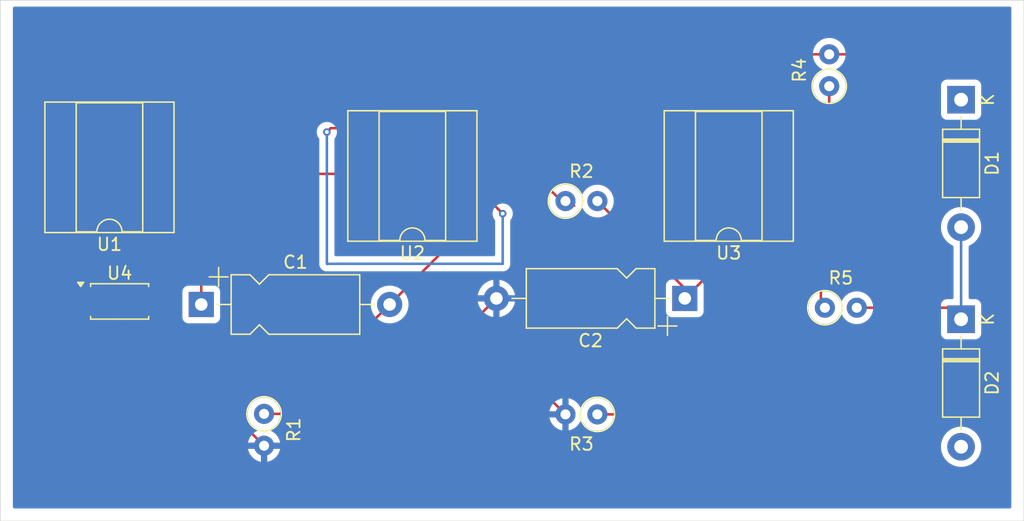
<source format=kicad_pcb>
(kicad_pcb (version 20240108) (generator "pcbnew") (generator_version "8.0")
  (layers (0 "F.Cu" signal) (31 "B.Cu" signal) (34 "B.Paste" user) (35 "F.Paste" user) (36 "B.SilkS" user "B.Silkscreen") (37 "F.SilkS" user "F.Silkscreen") (38 "B.Mask" user) (39 "F.Mask" user) (44 "Edge.Cuts" user))
  (net 0 "")
  (net 1 "+3.3V")
  (net 2 "Net-(D1-A)")
  (net 3 "-3V3")
  (net 4 "GND")
  (net 5 "Net-(U1-+)")
  (net 6 "+5V")
  (net 7 "Net-(U2-+)")
  (net 8 "Net-(U1--)")
  (net 9 "Net-(U3-+)")
  (net 10 "Net-(U2--)")
  (net 11 "Net-(U3--)")
  (net 12 "Net-(R4-Pad2)")
  (net 13 "-5V")
  (footprint "Resistor_THT:R_Axial_DIN0207_L6.3mm_D2.5mm_P2.54mm_Vertical" (layer "F.Cu") (at 161 39.345 90)
    (property "Reference" "R4" (at 1.27 -2.37 90) (layer "F.SilkS"))
    (property "Value" "28k")
    (fp_line (start 1.37 0) (end 1.44 0) (stroke (width 0.12)) (layer "F.SilkS"))
    (fp_circle (center 0 0) (end 1.37 0) (stroke (width 0.12)) (fill none) (layer "F.SilkS"))
    (pad "1" thru_hole circle (at 0 0 90) (size 1.6 1.6) (drill 0.8) (layers "*.Cu" "*.Mask") (net 11 "Net-(U3--)"))
    (pad "2" thru_hole oval (at 2.54 0 90) (size 1.6 1.6) (drill 0.8) (layers "*.Cu" "*.Mask") (net 12 "Net-(R4-Pad2)"))
  )
  (footprint "Resistor_THT:R_Axial_DIN0207_L6.3mm_D2.5mm_P2.54mm_Vertical" (layer "F.Cu") (at 142.54 65.5 180)
    (property "Reference" "R3" (at 1.27 -2.37 180) (layer "F.SilkS"))
    (property "Value" "1k")
    (fp_line (start 1.37 0) (end 1.44 0) (stroke (width 0.12)) (layer "F.SilkS"))
    (fp_circle (center 0 0) (end 1.37 0) (stroke (width 0.12)) (fill none) (layer "F.SilkS"))
    (pad "1" thru_hole circle (at 0 0 180) (size 1.6 1.6) (drill 0.8) (layers "*.Cu" "*.Mask") (net 11 "Net-(U3--)"))
    (pad "2" thru_hole oval (at 2.54 0 180) (size 1.6 1.6) (drill 0.8) (layers "*.Cu" "*.Mask") (net 4 "GND"))
  )
  (footprint "Capacitor_THT:CP_Axial_L10.0mm_D4.5mm_P15.00mm_Horizontal" (layer "F.Cu") (at 149.5 56.2575 180)
    (property "Reference" "C2" (at 7.5 -3.37 180) (layer "F.SilkS"))
    (property "Value" "4u")
    (fp_line (start 13.76 0) (end 12.62 0) (stroke (width 0.12)) (layer "F.SilkS"))
    (fp_line (start 12.62 -2.37) (end 12.62 2.37) (stroke (width 0.12)) (layer "F.SilkS"))
    (fp_line (start 5.38 2.37) (end 12.62 2.37) (stroke (width 0.12)) (layer "F.SilkS"))
    (fp_line (start 5.38 -2.37) (end 12.62 -2.37) (stroke (width 0.12)) (layer "F.SilkS"))
    (fp_line (start 4.63 1.62) (end 5.38 2.37) (stroke (width 0.12)) (layer "F.SilkS"))
    (fp_line (start 4.63 -1.62) (end 5.38 -2.37) (stroke (width 0.12)) (layer "F.SilkS"))
    (fp_line (start 3.88 2.37) (end 4.63 1.62) (stroke (width 0.12)) (layer "F.SilkS"))
    (fp_line (start 3.88 -2.37) (end 4.63 -1.62) (stroke (width 0.12)) (layer "F.SilkS"))
    (fp_line (start 2.38 2.37) (end 3.88 2.37) (stroke (width 0.12)) (layer "F.SilkS"))
    (fp_line (start 2.38 -2.37) (end 3.88 -2.37) (stroke (width 0.12)) (layer "F.SilkS"))
    (fp_line (start 2.38 -2.37) (end 2.38 2.37) (stroke (width 0.12)) (layer "F.SilkS"))
    (fp_line (start 1.38 -2.95) (end 1.38 -1.45) (stroke (width 0.12)) (layer "F.SilkS"))
    (fp_line (start 1.24 0) (end 2.38 0) (stroke (width 0.12)) (layer "F.SilkS"))
    (fp_line (start 0.63 -2.2) (end 2.13 -2.2) (stroke (width 0.12)) (layer "F.SilkS"))
    (pad "1" thru_hole rect (at 0 0 180) (size 2 2) (drill 1) (layers "*.Cu" "*.Mask") (net 9 "Net-(U3-+)"))
    (pad "2" thru_hole oval (at 15 0 180) (size 2 2) (drill 1) (layers "*.Cu" "*.Mask") (net 4 "GND"))
  )
  (footprint "Resistor_THT:R_Axial_DIN0207_L6.3mm_D2.5mm_P2.54mm_Vertical" (layer "F.Cu") (at 116 65.46 -90)
    (property "Reference" "R1" (at 1.27 -2.37 -90) (layer "F.SilkS"))
    (property "Value" "10k")
    (fp_line (start 1.37 0) (end 1.44 0) (stroke (width 0.12)) (layer "F.SilkS"))
    (fp_circle (center 0 0) (end 1.37 0) (stroke (width 0.12)) (fill none) (layer "F.SilkS"))
    (pad "1" thru_hole circle (at 0 0 270) (size 1.6 1.6) (drill 0.8) (layers "*.Cu" "*.Mask") (net 7 "Net-(U2-+)"))
    (pad "2" thru_hole oval (at 2.54 0 270) (size 1.6 1.6) (drill 0.8) (layers "*.Cu" "*.Mask") (net 4 "GND"))
  )
  (footprint "Package_DIP:DIP-8_W7.62mm_SMDSocket_SmallPads" (layer "F.Cu") (at 127.81 46.5 180)
    (property "Reference" "U2" (at 0 -6.14 0) (layer "F.SilkS"))
    (property "Value" "~")
    (fp_line (start 5.14 5.2) (end 5.14 -5.2) (stroke (width 0.12)) (layer "F.SilkS"))
    (fp_line (start 5.14 -5.2) (end -5.14 -5.2) (stroke (width 0.12)) (layer "F.SilkS"))
    (fp_line (start 2.65 5.14) (end 2.65 -5.14) (stroke (width 0.12)) (layer "F.SilkS"))
    (fp_line (start 2.65 -5.14) (end 1 -5.14) (stroke (width 0.12)) (layer "F.SilkS"))
    (fp_line (start -1 -5.14) (end -2.65 -5.14) (stroke (width 0.12)) (layer "F.SilkS"))
    (fp_line (start -2.65 5.14) (end 2.65 5.14) (stroke (width 0.12)) (layer "F.SilkS"))
    (fp_line (start -2.65 -5.14) (end -2.65 5.14) (stroke (width 0.12)) (layer "F.SilkS"))
    (fp_line (start -5.14 5.2) (end 5.14 5.2) (stroke (width 0.12)) (layer "F.SilkS"))
    (fp_line (start -5.14 -5.2) (end -5.14 5.2) (stroke (width 0.12)) (layer "F.SilkS"))
    (fp_arc (start 1 -5.14) (mid 0 -4.14) (end -1 -5.14) (stroke (width 0.12)) (layer "F.SilkS"))
    (pad "1" smd rect (at -3.81 -3.81 180) (size 1.6 1.6) (layers "F.Cu" "F.Paste" "F.Mask") (net 7 "Net-(U2-+)"))
    (pad "2" smd rect (at -3.81 -1.27 180) (size 1.6 1.6) (layers "F.Cu" "F.Paste" "F.Mask") (net 10 "Net-(U2--)"))
    (pad "3" smd rect (at -3.81 1.27 180) (size 1.6 1.6) (layers "F.Cu" "F.Paste" "F.Mask") (net 6 "+5V"))
    (pad "4" smd rect (at -3.81 3.81 180) (size 1.6 1.6) (layers "F.Cu" "F.Paste" "F.Mask") (net 13 "-5V"))
    (pad "5" smd rect (at 3.81 3.81 180) (size 1.6 1.6) (layers "F.Cu" "F.Paste" "F.Mask") (net 10 "Net-(U2--)"))
    (pad "6" smd rect (at 3.81 1.27 180) (size 1.6 1.6) (layers "F.Cu" "F.Paste" "F.Mask"))
    (pad "7" smd rect (at 3.81 -1.27 180) (size 1.6 1.6) (layers "F.Cu" "F.Paste" "F.Mask"))
    (pad "8" smd rect (at 3.81 -3.81 180) (size 1.6 1.6) (layers "F.Cu" "F.Paste" "F.Mask"))
  )
  (footprint "Package_SO:SOP-4_4.4x2.6mm_P1.27mm" (layer "F.Cu") (at 104.5 56.5)
    (property "Reference" "U4" (at 0 -2.25 0) (layer "F.SilkS"))
    (property "Value" "ACPL-214-500E")
    (fp_line (start -2.31 -1.41) (end -2.31 -1.195) (stroke (width 0.12)) (layer "F.SilkS"))
    (fp_line (start -2.31 1.41) (end -2.31 1.195) (stroke (width 0.12)) (layer "F.SilkS"))
    (fp_line (start 0 -1.41) (end -2.31 -1.41) (stroke (width 0.12)) (layer "F.SilkS"))
    (fp_line (start 0 -1.41) (end 2.31 -1.41) (stroke (width 0.12)) (layer "F.SilkS"))
    (fp_line (start 0 1.41) (end -2.31 1.41) (stroke (width 0.12)) (layer "F.SilkS"))
    (fp_line (start 0 1.41) (end 2.31 1.41) (stroke (width 0.12)) (layer "F.SilkS"))
    (fp_line (start 2.31 -1.41) (end 2.31 -1.195) (stroke (width 0.12)) (layer "F.SilkS"))
    (fp_line (start 2.31 1.41) (end 2.31 1.195) (stroke (width 0.12)) (layer "F.SilkS"))
    (fp_poly (pts (xy -3.1 -1.195) (xy -3.34 -1.525) (xy -2.86 -1.525) (xy -3.1 -1.195)) (stroke (width 0.12)) (fill solid) (layer "F.SilkS"))
    (pad "1" smd roundrect (at -3.1875 -0.635) (size 1.625 0.6) (layers "F.Cu" "F.Paste" "F.Mask") (net 6 "+5V"))
    (pad "2" smd roundrect (at -3.1875 0.635) (size 1.625 0.6) (layers "F.Cu" "F.Paste" "F.Mask") (net 4 "GND"))
    (pad "3" smd roundrect (at 3.1875 0.635) (size 1.625 0.6) (layers "F.Cu" "F.Paste" "F.Mask") (net 4 "GND"))
    (pad "4" smd roundrect (at 3.1875 -0.635) (size 1.625 0.6) (layers "F.Cu" "F.Paste" "F.Mask") (net 5 "Net-(U1-+)"))
  )
  (footprint "Package_DIP:DIP-8_W7.62mm_SMDSocket_SmallPads" (layer "F.Cu") (at 103.69 45.81 180)
    (property "Reference" "U1" (at 0 -6.14 0) (layer "F.SilkS"))
    (property "Value" "~")
    (fp_line (start 5.14 5.2) (end 5.14 -5.2) (stroke (width 0.12)) (layer "F.SilkS"))
    (fp_line (start 5.14 -5.2) (end -5.14 -5.2) (stroke (width 0.12)) (layer "F.SilkS"))
    (fp_line (start 2.65 5.14) (end 2.65 -5.14) (stroke (width 0.12)) (layer "F.SilkS"))
    (fp_line (start 2.65 -5.14) (end 1 -5.14) (stroke (width 0.12)) (layer "F.SilkS"))
    (fp_line (start -1 -5.14) (end -2.65 -5.14) (stroke (width 0.12)) (layer "F.SilkS"))
    (fp_line (start -2.65 5.14) (end 2.65 5.14) (stroke (width 0.12)) (layer "F.SilkS"))
    (fp_line (start -2.65 -5.14) (end -2.65 5.14) (stroke (width 0.12)) (layer "F.SilkS"))
    (fp_line (start -5.14 5.2) (end 5.14 5.2) (stroke (width 0.12)) (layer "F.SilkS"))
    (fp_line (start -5.14 -5.2) (end -5.14 5.2) (stroke (width 0.12)) (layer "F.SilkS"))
    (fp_arc (start 1 -5.14) (mid 0 -4.14) (end -1 -5.14) (stroke (width 0.12)) (layer "F.SilkS"))
    (pad "1" smd rect (at -3.81 -3.81 180) (size 1.6 1.6) (layers "F.Cu" "F.Paste" "F.Mask") (net 5 "Net-(U1-+)"))
    (pad "2" smd rect (at -3.81 -1.27 180) (size 1.6 1.6) (layers "F.Cu" "F.Paste" "F.Mask") (net 8 "Net-(U1--)"))
    (pad "3" smd rect (at -3.81 1.27 180) (size 1.6 1.6) (layers "F.Cu" "F.Paste" "F.Mask") (net 6 "+5V"))
    (pad "4" smd rect (at -3.81 3.81 180) (size 1.6 1.6) (layers "F.Cu" "F.Paste" "F.Mask") (net 13 "-5V"))
    (pad "5" smd rect (at 3.81 3.81 180) (size 1.6 1.6) (layers "F.Cu" "F.Paste" "F.Mask") (net 8 "Net-(U1--)"))
    (pad "6" smd rect (at 3.81 1.27 180) (size 1.6 1.6) (layers "F.Cu" "F.Paste" "F.Mask"))
    (pad "7" smd rect (at 3.81 -1.27 180) (size 1.6 1.6) (layers "F.Cu" "F.Paste" "F.Mask"))
    (pad "8" smd rect (at 3.81 -3.81 180) (size 1.6 1.6) (layers "F.Cu" "F.Paste" "F.Mask"))
  )
  (footprint "Package_DIP:DIP-8_W7.62mm_SMDSocket_SmallPads" (layer "F.Cu") (at 153 46.5 180)
    (property "Reference" "U3" (at 0 -6.14 0) (layer "F.SilkS"))
    (property "Value" "~")
    (fp_line (start 5.14 5.2) (end 5.14 -5.2) (stroke (width 0.12)) (layer "F.SilkS"))
    (fp_line (start 5.14 -5.2) (end -5.14 -5.2) (stroke (width 0.12)) (layer "F.SilkS"))
    (fp_line (start 2.65 5.14) (end 2.65 -5.14) (stroke (width 0.12)) (layer "F.SilkS"))
    (fp_line (start 2.65 -5.14) (end 1 -5.14) (stroke (width 0.12)) (layer "F.SilkS"))
    (fp_line (start -1 -5.14) (end -2.65 -5.14) (stroke (width 0.12)) (layer "F.SilkS"))
    (fp_line (start -2.65 5.14) (end 2.65 5.14) (stroke (width 0.12)) (layer "F.SilkS"))
    (fp_line (start -2.65 -5.14) (end -2.65 5.14) (stroke (width 0.12)) (layer "F.SilkS"))
    (fp_line (start -5.14 5.2) (end 5.14 5.2) (stroke (width 0.12)) (layer "F.SilkS"))
    (fp_line (start -5.14 -5.2) (end -5.14 5.2) (stroke (width 0.12)) (layer "F.SilkS"))
    (fp_arc (start 1 -5.14) (mid 0 -4.14) (end -1 -5.14) (stroke (width 0.12)) (layer "F.SilkS"))
    (pad "1" smd rect (at -3.81 -3.81 180) (size 1.6 1.6) (layers "F.Cu" "F.Paste" "F.Mask") (net 9 "Net-(U3-+)"))
    (pad "2" smd rect (at -3.81 -1.27 180) (size 1.6 1.6) (layers "F.Cu" "F.Paste" "F.Mask") (net 11 "Net-(U3--)"))
    (pad "3" smd rect (at -3.81 1.27 180) (size 1.6 1.6) (layers "F.Cu" "F.Paste" "F.Mask") (net 6 "+5V"))
    (pad "4" smd rect (at -3.81 3.81 180) (size 1.6 1.6) (layers "F.Cu" "F.Paste" "F.Mask") (net 13 "-5V"))
    (pad "5" smd rect (at 3.81 3.81 180) (size 1.6 1.6) (layers "F.Cu" "F.Paste" "F.Mask") (net 12 "Net-(R4-Pad2)"))
    (pad "6" smd rect (at 3.81 1.27 180) (size 1.6 1.6) (layers "F.Cu" "F.Paste" "F.Mask"))
    (pad "7" smd rect (at 3.81 -1.27 180) (size 1.6 1.6) (layers "F.Cu" "F.Paste" "F.Mask"))
    (pad "8" smd rect (at 3.81 -3.81 180) (size 1.6 1.6) (layers "F.Cu" "F.Paste" "F.Mask"))
  )
  (footprint "Resistor_THT:R_Axial_DIN0207_L6.3mm_D2.5mm_P2.54mm_Vertical" (layer "F.Cu") (at 160.655 57)
    (property "Reference" "R5" (at 1.27 -2.37 0) (layer "F.SilkS"))
    (property "Value" "100")
    (fp_line (start 1.37 0) (end 1.44 0) (stroke (width 0.12)) (layer "F.SilkS"))
    (fp_circle (center 0 0) (end 1.37 0) (stroke (width 0.12)) (fill none) (layer "F.SilkS"))
    (pad "1" thru_hole circle (at 0 0) (size 1.6 1.6) (drill 0.8) (layers "*.Cu" "*.Mask") (net 12 "Net-(R4-Pad2)"))
    (pad "2" thru_hole oval (at 2.54 0) (size 1.6 1.6) (drill 0.8) (layers "*.Cu" "*.Mask") (net 2 "Net-(D1-A)"))
  )
  (footprint "Capacitor_THT:CP_Axial_L10.0mm_D4.5mm_P15.00mm_Horizontal" (layer "F.Cu") (at 111 56.7425)
    (property "Reference" "C1" (at 7.5 -3.37 0) (layer "F.SilkS"))
    (property "Value" "19u")
    (fp_line (start 0.63 -2.2) (end 2.13 -2.2) (stroke (width 0.12)) (layer "F.SilkS"))
    (fp_line (start 1.24 0) (end 2.38 0) (stroke (width 0.12)) (layer "F.SilkS"))
    (fp_line (start 1.38 -2.95) (end 1.38 -1.45) (stroke (width 0.12)) (layer "F.SilkS"))
    (fp_line (start 2.38 -2.37) (end 2.38 2.37) (stroke (width 0.12)) (layer "F.SilkS"))
    (fp_line (start 2.38 -2.37) (end 3.88 -2.37) (stroke (width 0.12)) (layer "F.SilkS"))
    (fp_line (start 2.38 2.37) (end 3.88 2.37) (stroke (width 0.12)) (layer "F.SilkS"))
    (fp_line (start 3.88 -2.37) (end 4.63 -1.62) (stroke (width 0.12)) (layer "F.SilkS"))
    (fp_line (start 3.88 2.37) (end 4.63 1.62) (stroke (width 0.12)) (layer "F.SilkS"))
    (fp_line (start 4.63 -1.62) (end 5.38 -2.37) (stroke (width 0.12)) (layer "F.SilkS"))
    (fp_line (start 4.63 1.62) (end 5.38 2.37) (stroke (width 0.12)) (layer "F.SilkS"))
    (fp_line (start 5.38 -2.37) (end 12.62 -2.37) (stroke (width 0.12)) (layer "F.SilkS"))
    (fp_line (start 5.38 2.37) (end 12.62 2.37) (stroke (width 0.12)) (layer "F.SilkS"))
    (fp_line (start 12.62 -2.37) (end 12.62 2.37) (stroke (width 0.12)) (layer "F.SilkS"))
    (fp_line (start 13.76 0) (end 12.62 0) (stroke (width 0.12)) (layer "F.SilkS"))
    (pad "1" thru_hole rect (at 0 0) (size 2 2) (drill 1) (layers "*.Cu" "*.Mask") (net 8 "Net-(U1--)"))
    (pad "2" thru_hole oval (at 15 0) (size 2 2) (drill 1) (layers "*.Cu" "*.Mask") (net 7 "Net-(U2-+)"))
  )
  (footprint "Resistor_THT:R_Axial_DIN0207_L6.3mm_D2.5mm_P2.54mm_Vertical" (layer "F.Cu") (at 140 48.5)
    (property "Reference" "R2" (at 1.27 -2.37 0) (layer "F.SilkS"))
    (property "Value" "10k")
    (fp_line (start 1.37 0) (end 1.44 0) (stroke (width 0.12)) (layer "F.SilkS"))
    (fp_circle (center 0 0) (end 1.37 0) (stroke (width 0.12)) (fill none) (layer "F.SilkS"))
    (pad "1" thru_hole circle (at 0 0) (size 1.6 1.6) (drill 0.8) (layers "*.Cu" "*.Mask") (net 10 "Net-(U2--)"))
    (pad "2" thru_hole oval (at 2.54 0) (size 1.6 1.6) (drill 0.8) (layers "*.Cu" "*.Mask") (net 9 "Net-(U3-+)"))
  )
  (footprint "Diode_THT:D_DO-41_SOD81_P10.16mm_Horizontal" (layer "F.Cu") (at 171.5 40.42 -90)
    (property "Reference" "D1" (at 5.08 -2.47 90) (layer "F.SilkS"))
    (property "Value" "1N5819")
    (fp_line (start 2.36 1.47) (end 7.8 1.47) (stroke (width 0.12)) (layer "F.SilkS"))
    (fp_line (start 7.8 1.47) (end 7.8 -1.47) (stroke (width 0.12)) (layer "F.SilkS"))
    (fp_line (start 1.34 0) (end 2.36 0) (stroke (width 0.12)) (layer "F.SilkS"))
    (fp_line (start 8.82 0) (end 7.8 0) (stroke (width 0.12)) (layer "F.SilkS"))
    (fp_line (start 2.36 -1.47) (end 2.36 1.47) (stroke (width 0.12)) (layer "F.SilkS"))
    (fp_line (start 3.14 -1.47) (end 3.14 1.47) (stroke (width 0.12)) (layer "F.SilkS"))
    (fp_line (start 3.26 -1.47) (end 3.26 1.47) (stroke (width 0.12)) (layer "F.SilkS"))
    (fp_line (start 3.38 -1.47) (end 3.38 1.47) (stroke (width 0.12)) (layer "F.SilkS"))
    (fp_line (start 7.8 -1.47) (end 2.36 -1.47) (stroke (width 0.12)) (layer "F.SilkS"))
    (fp_text user "K" (at 0 -2.1 90) (layer "F.SilkS"))
    (pad "1" thru_hole rect (at 0 0 270) (size 2.2 2.2) (drill 1.1) (layers "*.Cu" "*.Mask") (net 1 "+3.3V"))
    (pad "2" thru_hole oval (at 10.16 0 270) (size 2.2 2.2) (drill 1.1) (layers "*.Cu" "*.Mask") (net 2 "Net-(D1-A)"))
  )
  (footprint "Diode_THT:D_DO-41_SOD81_P10.16mm_Horizontal" (layer "F.Cu") (at 171.5 57.92 -90)
    (property "Reference" "D2" (at 5.08 -2.47 90) (layer "F.SilkS"))
    (property "Value" "1N5819")
    (fp_line (start 2.36 1.47) (end 7.8 1.47) (stroke (width 0.12)) (layer "F.SilkS"))
    (fp_line (start 7.8 1.47) (end 7.8 -1.47) (stroke (width 0.12)) (layer "F.SilkS"))
    (fp_line (start 1.34 0) (end 2.36 0) (stroke (width 0.12)) (layer "F.SilkS"))
    (fp_line (start 8.82 0) (end 7.8 0) (stroke (width 0.12)) (layer "F.SilkS"))
    (fp_line (start 2.36 -1.47) (end 2.36 1.47) (stroke (width 0.12)) (layer "F.SilkS"))
    (fp_line (start 3.14 -1.47) (end 3.14 1.47) (stroke (width 0.12)) (layer "F.SilkS"))
    (fp_line (start 3.26 -1.47) (end 3.26 1.47) (stroke (width 0.12)) (layer "F.SilkS"))
    (fp_line (start 3.38 -1.47) (end 3.38 1.47) (stroke (width 0.12)) (layer "F.SilkS"))
    (fp_line (start 7.8 -1.47) (end 2.36 -1.47) (stroke (width 0.12)) (layer "F.SilkS"))
    (fp_text user "K" (at 0 -2.1 90) (layer "F.SilkS"))
    (pad "1" thru_hole rect (at 0 0 270) (size 2.2 2.2) (drill 1.1) (layers "*.Cu" "*.Mask") (net 2 "Net-(D1-A)"))
    (pad "2" thru_hole oval (at 10.16 0 270) (size 2.2 2.2) (drill 1.1) (layers "*.Cu" "*.Mask") (net 3 "-3V3"))
  )
  (gr_poly (pts (xy 95 32.5) (xy 176.5 32.5) (xy 176.5 74) (xy 95 74)) (stroke (width 0.05)) (fill none) (layer "Edge.Cuts"))
  (segment (start 163.195 57) (end 170.58 57) (width 0.2) (layer "F.Cu") (net 2))
  (segment (start 170.58 57) (end 171.5 57.92) (width 0.2) (layer "F.Cu") (net 2))
  (segment (start 171.5 57.92) (end 171.5 50.58) (width 0.2) (layer "B.Cu") (net 2))
  (segment (start 101.3125 57.135) (end 107.6875 57.135) (width 0.2) (layer "F.Cu") (net 4))
  (segment (start 108.365 57.135) (end 108.525 56.975) (width 0.2) (layer "F.Cu") (net 4))
  (segment (start 134.5 56.2575) (end 134.5 60) (width 0.2) (layer "F.Cu") (net 4))
  (segment (start 107.6875 57.135) (end 107.6875 59.6875) (width 0.2) (layer "F.Cu") (net 4))
  (segment (start 107.6875 59.6875) (end 116 68) (width 0.2) (layer "F.Cu") (net 4))
  (segment (start 122.7575 68) (end 134.5 56.2575) (width 0.2) (layer "F.Cu") (net 4))
  (segment (start 116 68) (end 122.7575 68) (width 0.2) (layer "F.Cu") (net 4))
  (segment (start 134.5 60) (end 140 65.5) (width 0.2) (layer "F.Cu") (net 4))
  (segment (start 107.6875 57.135) (end 108.365 57.135) (width 0.2) (layer "F.Cu") (net 4))
  (segment (start 107.6875 55.865) (end 107.6875 49.8075) (width 0.2) (layer "F.Cu") (net 5))
  (segment (start 107.6875 49.8075) (end 107.5 49.62) (width 0.2) (layer "F.Cu") (net 5))
  (segment (start 101.3125 55.865) (end 98.78 53.3325) (width 0.2) (layer "F.Cu") (net 6))
  (segment (start 103.86 40.9) (end 107.5 44.54) (width 0.2) (layer "F.Cu") (net 6))
  (segment (start 98.78 40.9) (end 103.86 40.9) (width 0.2) (layer "F.Cu") (net 6))
  (segment (start 155.71 46.33) (end 156.81 45.23) (width 0.2) (layer "F.Cu") (net 6))
  (segment (start 130.52 46.33) (end 131.62 45.23) (width 0.2) (layer "F.Cu") (net 6))
  (segment (start 131.62 45.23) (end 132.72 46.33) (width 0.2) (layer "F.Cu") (net 6))
  (segment (start 109.29 46.33) (end 130.52 46.33) (width 0.2) (layer "F.Cu") (net 6))
  (segment (start 107.5 44.54) (end 109.29 46.33) (width 0.2) (layer "F.Cu") (net 6))
  (segment (start 98.78 53.3325) (end 98.78 40.9) (width 0.2) (layer "F.Cu") (net 6))
  (segment (start 132.72 46.33) (end 155.71 46.33) (width 0.2) (layer "F.Cu") (net 6))
  (segment (start 117.2825 65.46) (end 126 56.7425) (width 0.2) (layer "F.Cu") (net 7))
  (segment (start 131.62 51.1225) (end 131.62 50.31) (width 0.2) (layer "F.Cu") (net 7))
  (segment (start 116 65.46) (end 117.2825 65.46) (width 0.2) (layer "F.Cu") (net 7))
  (segment (start 126 56.7425) (end 131.62 51.1225) (width 0.2) (layer "F.Cu") (net 7))
  (segment (start 111 50.58) (end 111 56.7425) (width 0.2) (layer "F.Cu") (net 8))
  (segment (start 107.5 47.08) (end 111 50.58) (width 0.2) (layer "F.Cu") (net 8))
  (segment (start 102.42 42) (end 107.5 47.08) (width 0.2) (layer "F.Cu") (net 8))
  (segment (start 99.88 42) (end 102.42 42) (width 0.2) (layer "F.Cu") (net 8))
  (segment (start 149.5 55.46) (end 149.5 56.2575) (width 0.2) (layer "F.Cu") (net 9))
  (segment (start 156.81 50.31) (end 155.4475 50.31) (width 0.2) (layer "F.Cu") (net 9))
  (segment (start 142.54 48.5) (end 149.5 55.46) (width 0.2) (layer "F.Cu") (net 9))
  (segment (start 155.4475 50.31) (end 149.5 56.2575) (width 0.2) (layer "F.Cu") (net 9))
  (segment (start 131.62 47.77) (end 138.95 47.77) (width 0.2) (layer "F.Cu") (net 10))
  (segment (start 124 42.69) (end 121.31 42.69) (width 0.2) (layer "F.Cu") (net 10))
  (segment (start 138.95 47.77) (end 139.68 48.5) (width 0.2) (layer "F.Cu") (net 10))
  (segment (start 133.27 47.77) (end 135 49.5) (width 0.2) (layer "F.Cu") (net 10))
  (segment (start 140.665 48.845) (end 140.32 48.5) (width 0.2) (layer "F.Cu") (net 10))
  (segment (start 140.665 48.845) (end 140.69 48.87) (width 0.2) (layer "F.Cu") (net 10))
  (segment (start 121.31 42.69) (end 121 43) (width 0.2) (layer "F.Cu") (net 10))
  (segment (start 131.62 47.77) (end 133.27 47.77) (width 0.2) (layer "F.Cu") (net 10))
  (via (at 121 43) (size 0.6) (drill 0.3) (layers "F.Cu" "B.Cu") (net 10))
  (via (at 135 49.5) (size 0.6) (drill 0.3) (layers "F.Cu" "B.Cu") (net 10))
  (segment (start 121 43) (end 121 53.5) (width 0.2) (layer "B.Cu") (net 10))
  (segment (start 135 53.5) (end 135 49.5) (width 0.2) (layer "B.Cu") (net 10))
  (segment (start 121 53.5) (end 135 53.5) (width 0.2) (layer "B.Cu") (net 10))
  (segment (start 161 43.58) (end 156.81 47.77) (width 0.2) (layer "F.Cu") (net 11))
  (segment (start 156.81 47.77) (end 157.91 48.87) (width 0.2) (layer "F.Cu") (net 11))
  (segment (start 144.5 65.5) (end 142.54 65.5) (width 0.2) (layer "F.Cu") (net 11))
  (segment (start 157.91 48.87) (end 157.91 52.09) (width 0.2) (layer "F.Cu") (net 11))
  (segment (start 161.5 39.325001) (end 161.199999 39.025) (width 0.2) (layer "F.Cu") (net 11))
  (segment (start 161.199999 39.025) (end 161 39.025) (width 0.2) (layer "F.Cu") (net 11))
  (segment (start 161 39.665) (end 161 43.58) (width 0.2) (layer "F.Cu") (net 11))
  (segment (start 157.91 52.09) (end 144.5 65.5) (width 0.2) (layer "F.Cu") (net 11))
  (segment (start 164.305 36.805) (end 164.5 37) (width 0.2) (layer "F.Cu") (net 12))
  (segment (start 164.5 37) (end 164.5 40.645686) (width 0.2) (layer "F.Cu") (net 12))
  (segment (start 164.5 40.645686) (end 160.335 44.810686) (width 0.2) (layer "F.Cu") (net 12))
  (segment (start 155.075 36.805) (end 149.19 42.69) (width 0.2) (layer "F.Cu") (net 12))
  (segment (start 160.335 44.810686) (end 160.335 57) (width 0.2) (layer "F.Cu") (net 12))
  (segment (start 161 36.805) (end 164.305 36.805) (width 0.2) (layer "F.Cu") (net 12))
  (segment (start 161 36.805) (end 155.075 36.805) (width 0.2) (layer "F.Cu") (net 12))
  (segment (start 107.5 42) (end 107.91 41.59) (width 0.2) (layer "F.Cu") (net 13))
  (segment (start 155.71 43.79) (end 156.81 42.69) (width 0.2) (layer "F.Cu") (net 13))
  (segment (start 130.52 41.59) (end 131.62 42.69) (width 0.2) (layer "F.Cu") (net 13))
  (segment (start 132.72 43.79) (end 155.71 43.79) (width 0.2) (layer "F.Cu") (net 13))
  (segment (start 131.62 42.69) (end 132.72 43.79) (width 0.2) (layer "F.Cu") (net 13))
  (segment (start 107.91 41.59) (end 130.52 41.59) (width 0.2) (layer "F.Cu") (net 13))
  (zone (net 4) (net_name "GND") (layer "B.Cu") (connect_pads (clearance 0.5)) (min_thickness 0.25) (fill yes (thermal_gap 0.5) (thermal_bridge_width 0.5))
    (polygon (pts (xy 175.5 33) (xy 175.5 73) (xy 96 73) (xy 96 33)))
  )
)
</source>
